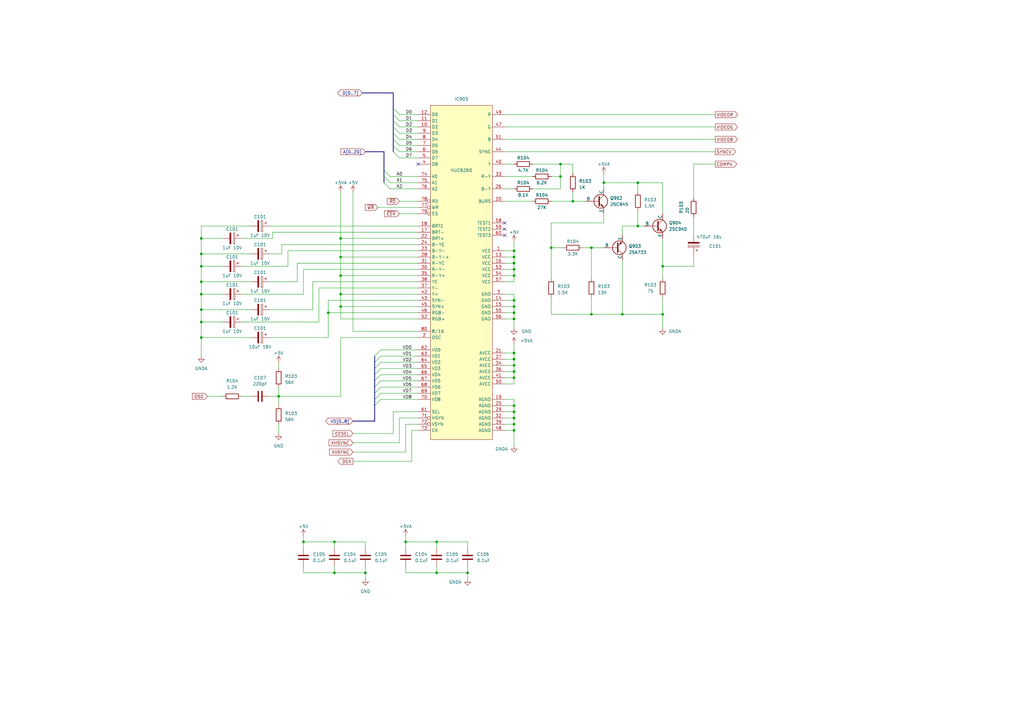
<source format=kicad_sch>
(kicad_sch (version 20230121) (generator eeschema)
  (paper "A3")
  (title_block (title "PC Engine Video Encoding") (date "2023-08-17") (rev "1.0") (comment 1 "Differences reverse engineered from original PWD-623A board") (comment 2 "Adapted from existing TurboGrafx-16 schematics by Cosam"))
  (lib_symbols
    (symbol "Device:C" (pin_numbers hide) (pin_names (offset 0.254))
      (property "Reference" "C" (at 0.635 2.54 0))
      (property "Value" "C" (at 0.635 -2.54 0))
      (symbol "C_0_1"
        (polyline (pts (xy -2.032 -0.762) (xy 2.032 -0.762)) (stroke (width 0.508)))
        (polyline (pts (xy -2.032 0.762) (xy 2.032 0.762)) (stroke (width 0.508)))
      )
      (symbol "C_1_1"
        (pin passive line (at 0 3.81 270) (length 2.794) (name "~") (number "1"))
        (pin passive line (at 0 -3.81 90) (length 2.794) (name "~") (number "2"))
      )
    )
    (symbol "Device:C_Polarized" (pin_numbers hide) (pin_names (offset 0.254))
      (property "Reference" "C" (at 0.635 2.54 0))
      (property "Value" "C_Polarized" (at 0.635 -2.54 0))
      (symbol "C_Polarized_0_1"
        (rectangle (start -2.286 0.508) (end 2.286 1.016))
        (polyline (pts (xy -1.778 2.286) (xy -0.762 2.286)))
        (polyline (pts (xy -1.27 2.794) (xy -1.27 1.778)))
        (rectangle (start 2.286 -0.508) (end -2.286 -1.016) (fill (type outline)))
      )
      (symbol "C_Polarized_1_1"
        (pin passive line (at 0 3.81 270) (length 2.794) (name "~") (number "1"))
        (pin passive line (at 0 -3.81 90) (length 2.794) (name "~") (number "2"))
      )
    )
    (symbol "Device:R" (pin_numbers hide) (pin_names (offset 0))
      (property "Reference" "R" (at 2.032 0 90))
      (property "Value" "R" (at 0 0 90))
      (symbol "R_0_1"
        (rectangle (start -1.016 -2.54) (end 1.016 2.54) (stroke (width 0.254)))
      )
      (symbol "R_1_1"
        (pin passive line (at 0 3.81 270) (length 1.27) (name "~") (number "1"))
        (pin passive line (at 0 -3.81 90) (length 1.27) (name "~") (number "2"))
      )
    )
    (symbol "PC-Engine:Hu6260"
      (property "Reference" "IC" (at 0 62.23 0))
      (symbol "Hu6260_1_1"
        (rectangle (start -12.7 59.69) (end 12.7 -77.47) (fill (type background)))
        (pin power_in line (at 17.78 0 180) (length 5.08) (name "VCC") (number "1"))
        (pin bidirectional line (at -17.78 50.8 0) (length 5.08) (name "D2") (number "10"))
        (pin bidirectional line (at -17.78 53.34 0) (length 5.08) (name "D1") (number "11"))
        (pin bidirectional line (at -17.78 55.88 0) (length 5.08) (name "D0") (number "12"))
        (pin power_in line (at 17.78 -2.54 180) (length 5.08) (name "VCC") (number "13"))
        (pin power_in line (at 17.78 -20.32 180) (length 5.08) (name "GND") (number "14"))
        (pin power_in line (at 17.78 -22.86 180) (length 5.08) (name "GND") (number "15"))
        (pin power_in line (at 17.78 -5.08 180) (length 5.08) (name "VCC") (number "16"))
        (pin input line (at -17.78 7.62 0) (length 5.08) (name "BRT-") (number "17"))
        (pin input line (at -17.78 10.16 0) (length 5.08) (name "BRTC") (number "18"))
        (pin power_in line (at 17.78 -60.96 180) (length 5.08) (name "AGND") (number "19"))
        (pin input line (at -17.78 -35.56 0) (length 5.08) (name "OSC") (number "2"))
        (pin output line (at 17.78 20.32 180) (length 5.08) (name "BURS") (number "20"))
        (pin power_in line (at 17.78 -41.91 180) (length 5.08) (name "AVCC") (number "21"))
        (pin input line (at -17.78 5.08 0) (length 5.08) (name "BRT+") (number "22"))
        (pin input line (at -17.78 0 0) (length 5.08) (name "B-Y-") (number "23"))
        (pin input line (at -17.78 2.54 0) (length 5.08) (name "B-YC") (number "24"))
        (pin power_in line (at 17.78 -63.5 180) (length 5.08) (name "AGND") (number "25"))
        (pin output line (at 17.78 25.4 180) (length 5.08) (name "B-Y") (number "26"))
        (pin power_in line (at 17.78 -44.45 180) (length 5.08) (name "AVCC") (number "27"))
        (pin input line (at -17.78 -2.54 0) (length 5.08) (name "B-Y-+") (number "28"))
        (pin power_in line (at 17.78 -66.04 180) (length 5.08) (name "AGND") (number "29"))
        (pin power_in line (at 17.78 -17.78 180) (length 5.08) (name "GND") (number "3"))
        (pin input line (at -17.78 -7.62 0) (length 5.08) (name "R-Y-") (number "30"))
        (pin input line (at -17.78 -5.08 0) (length 5.08) (name "R-YC") (number "31"))
        (pin power_in line (at 17.78 -68.58 180) (length 5.08) (name "AGND") (number "32"))
        (pin output line (at 17.78 30.48 180) (length 5.08) (name "R-Y") (number "33"))
        (pin power_in line (at 17.78 -46.99 180) (length 5.08) (name "AVCC") (number "34"))
        (pin input line (at -17.78 -10.16 0) (length 5.08) (name "R-Y+") (number "35"))
        (pin power_in line (at 17.78 -49.53 180) (length 5.08) (name "AVCC") (number "36"))
        (pin input line (at -17.78 -15.24 0) (length 5.08) (name "Y-") (number "37"))
        (pin input line (at -17.78 -12.7 0) (length 5.08) (name "YC") (number "38"))
        (pin power_in line (at 17.78 -71.12 180) (length 5.08) (name "AGND") (number "39"))
        (pin bidirectional line (at -17.78 35.56 0) (length 5.08) (name "D8") (number "4"))
        (pin output line (at 17.78 35.56 180) (length 5.08) (name "Y") (number "40"))
        (pin power_in line (at 17.78 -52.07 180) (length 5.08) (name "AVCC") (number "41"))
        (pin input line (at -17.78 -17.78 0) (length 5.08) (name "Y+") (number "42"))
        (pin input line (at -17.78 -20.32 0) (length 5.08) (name "SYN-") (number "43"))
        (pin output line (at 17.78 40.64 180) (length 5.08) (name "SYNC") (number "44"))
        (pin input line (at -17.78 -22.86 0) (length 5.08) (name "SYN+") (number "45"))
        (pin input line (at -17.78 -25.4 0) (length 5.08) (name "RGB-") (number "46"))
        (pin output line (at 17.78 50.8 180) (length 5.08) (name "G") (number "47"))
        (pin power_in line (at 17.78 -73.66 180) (length 5.08) (name "AGND") (number "48"))
        (pin output line (at 17.78 55.88 180) (length 5.08) (name "R") (number "49"))
        (pin bidirectional line (at -17.78 38.1 0) (length 5.08) (name "D7") (number "5"))
        (pin power_in line (at 17.78 -54.61 180) (length 5.08) (name "AVCC") (number "50"))
        (pin output line (at 17.78 45.72 180) (length 5.08) (name "B") (number "51"))
        (pin input line (at -17.78 -27.94 0) (length 5.08) (name "RGB+") (number "52"))
        (pin power_in line (at 17.78 -7.62 180) (length 5.08) (name "VCC") (number "53"))
        (pin power_in line (at 17.78 -10.16 180) (length 5.08) (name "VCC") (number "54"))
        (pin power_in line (at 17.78 -25.4 180) (length 5.08) (name "GND") (number "55"))
        (pin power_in line (at 17.78 -27.94 180) (length 5.08) (name "GND") (number "56"))
        (pin power_in line (at 17.78 -12.7 180) (length 5.08) (name "VCC") (number "57"))
        (pin output line (at 17.78 11.43 180) (length 5.08) (name "TEST1") (number "58"))
        (pin output line (at 17.78 8.89 180) (length 5.08) (name "TEST2") (number "59"))
        (pin bidirectional line (at -17.78 40.64 0) (length 5.08) (name "D6") (number "6"))
        (pin output line (at 17.78 6.35 180) (length 5.08) (name "TEST3") (number "60"))
        (pin input line (at -17.78 -66.04 0) (length 5.08) (name "SEL") (number "61"))
        (pin bidirectional line (at -17.78 -40.64 0) (length 5.08) (name "VD0") (number "62"))
        (pin bidirectional line (at -17.78 -43.18 0) (length 5.08) (name "VD1") (number "63"))
        (pin bidirectional line (at -17.78 -45.72 0) (length 5.08) (name "VD2") (number "64"))
        (pin bidirectional line (at -17.78 -48.26 0) (length 5.08) (name "VD3") (number "65"))
        (pin bidirectional line (at -17.78 -50.8 0) (length 5.08) (name "VD4") (number "66"))
        (pin bidirectional line (at -17.78 -53.34 0) (length 5.08) (name "VD5") (number "67"))
        (pin bidirectional line (at -17.78 -55.88 0) (length 5.08) (name "VD6") (number "68"))
        (pin bidirectional line (at -17.78 -58.42 0) (length 5.08) (name "VD7") (number "69"))
        (pin bidirectional line (at -17.78 43.18 0) (length 5.08) (name "D5") (number "7"))
        (pin bidirectional line (at -17.78 -60.96 0) (length 5.08) (name "VD8") (number "70"))
        (pin input inverted (at -17.78 -68.58 0) (length 5.08) (name "HSYN") (number "71"))
        (pin input inverted (at -17.78 -71.12 0) (length 5.08) (name "VSYN") (number "72"))
        (pin input line (at -17.78 -73.66 0) (length 5.08) (name "CK") (number "73"))
        (pin input line (at -17.78 30.48 0) (length 5.08) (name "A0") (number "74"))
        (pin input line (at -17.78 27.94 0) (length 5.08) (name "A1") (number "75"))
        (pin input line (at -17.78 25.4 0) (length 5.08) (name "A2") (number "76"))
        (pin input inverted (at -17.78 17.78 0) (length 5.08) (name "WR") (number "77"))
        (pin input inverted (at -17.78 20.32 0) (length 5.08) (name "RD") (number "78"))
        (pin input inverted (at -17.78 15.24 0) (length 5.08) (name "CS") (number "79"))
        (pin bidirectional line (at -17.78 45.72 0) (length 5.08) (name "D4") (number "8"))
        (pin input line (at -17.78 -33.02 0) (length 5.08) (name "8/16") (number "80"))
        (pin bidirectional line (at -17.78 48.26 0) (length 5.08) (name "D3") (number "9"))
      )
    )
    (symbol "Simulation_SPICE:NPN" (pin_numbers hide) (pin_names (offset 0))
      (property "Reference" "Q" (at -2.54 7.62 0))
      (property "Value" "NPN" (at -2.54 5.08 0))
      (symbol "NPN_0_1"
        (polyline (pts (xy -2.54 0) (xy 0.635 0)) (stroke (width 0.1524)))
        (polyline (pts (xy 0.635 0.635) (xy 2.54 2.54)))
        (polyline (pts (xy 2.794 -1.27) (xy 2.794 -1.27)) (stroke (width 0.1524)))
        (polyline (pts (xy 2.794 -1.27) (xy 2.794 -1.27)) (stroke (width 0.1524)))
        (polyline (pts (xy 0.635 -0.635) (xy 2.54 -2.54) (xy 2.54 -2.54)))
        (polyline (pts (xy 0.635 1.905) (xy 0.635 -1.905) (xy 0.635 -1.905)) (stroke (width 0.508)))
        (polyline (pts (xy 1.27 -1.778) (xy 1.778 -1.27) (xy 2.286 -2.286) (xy 1.27 -1.778) (xy 1.27 -1.778)) (fill (type outline)))
        (circle (center 1.27 0) (radius 2.8194) (stroke (width 0.254)))
      )
      (symbol "NPN_1_1"
        (pin open_collector line (at 2.54 5.08 270) (length 2.54) (name "C") (number "1"))
        (pin input line (at -5.08 0 0) (length 2.54) (name "B") (number "2"))
        (pin open_emitter line (at 2.54 -5.08 90) (length 2.54) (name "E") (number "3"))
      )
    )
    (symbol "Simulation_SPICE:PNP" (pin_numbers hide) (pin_names (offset 0))
      (property "Reference" "Q" (at -2.54 7.62 0))
      (property "Value" "PNP" (at -2.54 5.08 0))
      (symbol "PNP_0_1"
        (polyline (pts (xy -2.54 0) (xy 0.635 0)) (stroke (width 0.1524)))
        (polyline (pts (xy 0.635 0.635) (xy 2.54 2.54)))
        (polyline (pts (xy 0.635 -0.635) (xy 2.54 -2.54) (xy 2.54 -2.54)))
        (polyline (pts (xy 0.635 1.905) (xy 0.635 -1.905) (xy 0.635 -1.905)) (stroke (width 0.508)))
        (polyline (pts (xy 2.286 -1.778) (xy 1.778 -2.286) (xy 1.27 -1.27) (xy 2.286 -1.778) (xy 2.286 -1.778)) (fill (type outline)))
        (circle (center 1.27 0) (radius 2.8194) (stroke (width 0.254)))
      )
      (symbol "PNP_1_1"
        (pin open_collector line (at 2.54 5.08 270) (length 2.54) (name "C") (number "1"))
        (pin input line (at -5.08 0 0) (length 2.54) (name "B") (number "2"))
        (pin open_emitter line (at 2.54 -5.08 90) (length 2.54) (name "E") (number "3"))
      )
    )
    (symbol "power:+5V" (power) (pin_names (offset 0))
      (property "Value" "+5V" (at 0 3.556 0))
      (symbol "+5V_0_1"
        (polyline (pts (xy -0.762 1.27) (xy 0 2.54)))
        (polyline (pts (xy 0 0) (xy 0 2.54)))
        (polyline (pts (xy 0 2.54) (xy 0.762 1.27)))
      )
      (symbol "+5V_1_1"
        (pin power_in line (at 0 0 90) (length 0) hide (name "+5V") (number "1"))
      )
    )
    (symbol "power:+5VA" (power) (pin_names (offset 0))
      (property "Value" "+5VA" (at 0 3.556 0))
      (symbol "+5VA_0_1"
        (polyline (pts (xy -0.762 1.27) (xy 0 2.54)))
        (polyline (pts (xy 0 0) (xy 0 2.54)))
        (polyline (pts (xy 0 2.54) (xy 0.762 1.27)))
      )
      (symbol "+5VA_1_1"
        (pin power_in line (at 0 0 90) (length 0) hide (name "+5VA") (number "1"))
      )
    )
    (symbol "power:GND" (power) (pin_names (offset 0))
      (property "Value" "GND" (at 0 -3.81 0))
      (symbol "GND_0_1"
        (polyline (pts (xy 0 0) (xy 0 -1.27) (xy 1.27 -1.27) (xy 0 -2.54) (xy -1.27 -1.27) (xy 0 -1.27)))
      )
      (symbol "GND_1_1"
        (pin power_in line (at 0 0 270) (length 0) hide (name "GND") (number "1"))
      )
    )
    (symbol "power:GNDA" (power) (pin_names (offset 0))
      (property "Value" "GNDA" (at 0 -3.81 0))
      (symbol "GNDA_0_1"
        (polyline (pts (xy 0 0) (xy 0 -1.27) (xy 1.27 -1.27) (xy 0 -2.54) (xy -1.27 -1.27) (xy 0 -1.27)))
      )
      (symbol "GNDA_1_1"
        (pin power_in line (at 0 0 270) (length 0) hide (name "GNDA") (number "1"))
      )
    )
  )
  (junction (at 210.82 144.78))
  (junction (at 191.77 234.95))
  (junction (at 210.82 176.53))
  (junction (at 261.62 74.93))
  (junction (at 82.55 104.14))
  (junction (at 82.55 120.65))
  (junction (at 210.82 128.27))
  (junction (at 179.07 234.95))
  (junction (at 166.37 222.25))
  (junction (at 137.16 222.25))
  (junction (at 139.7 113.03))
  (junction (at 124.46 222.25))
  (junction (at 114.3 162.56))
  (junction (at 210.82 154.94))
  (junction (at 137.16 234.95))
  (junction (at 247.65 74.93))
  (junction (at 261.62 92.71))
  (junction (at 82.55 127))
  (junction (at 210.82 166.37))
  (junction (at 210.82 102.87))
  (junction (at 139.7 105.41))
  (junction (at 139.7 120.65))
  (junction (at 210.82 130.81))
  (junction (at 271.78 128.905))
  (junction (at 255.27 128.905))
  (junction (at 82.55 97.79))
  (junction (at 271.78 109.22))
  (junction (at 210.82 113.03))
  (junction (at 210.82 168.91))
  (junction (at 210.82 107.95))
  (junction (at 242.57 101.6))
  (junction (at 82.55 138.43))
  (junction (at 210.82 152.4))
  (junction (at 210.82 105.41))
  (junction (at 179.07 222.25))
  (junction (at 82.55 109.22))
  (junction (at 210.82 125.73))
  (junction (at 139.7 125.73))
  (junction (at 210.82 171.45))
  (junction (at 234.95 82.55))
  (junction (at 134.62 128.27))
  (junction (at 229.87 72.39))
  (junction (at 229.87 67.31))
  (junction (at 210.82 147.32))
  (junction (at 210.82 173.99))
  (junction (at 210.82 110.49))
  (junction (at 242.57 128.905))
  (junction (at 82.55 115.57))
  (junction (at 139.7 97.79))
  (junction (at 82.55 132.08))
  (junction (at 210.82 149.86))
  (junction (at 210.82 123.19))
  (junction (at 149.86 234.95))
  (junction (at 226.06 101.6))
  (no_connect (at 207.01 93.98))
  (no_connect (at 171.45 67.31))
  (no_connect (at 207.01 96.52))
  (no_connect (at 207.01 91.44))
  (bus_entry (at 156.21 163.83) (size -2.54 2.54))
  (bus_entry (at 163.83 64.77) (size -2.54 -2.54))
  (bus_entry (at 156.21 148.59) (size -2.54 2.54))
  (bus_entry (at 156.21 156.21) (size -2.54 2.54))
  (bus_entry (at 157.48 69.85) (size 2.54 2.54))
  (bus_entry (at 156.21 158.75) (size -2.54 2.54))
  (bus_entry (at 156.21 153.67) (size -2.54 2.54))
  (bus_entry (at 156.21 146.05) (size -2.54 2.54))
  (bus_entry (at 163.83 59.69) (size -2.54 -2.54))
  (bus_entry (at 163.83 62.23) (size -2.54 -2.54))
  (bus_entry (at 163.83 49.53) (size -2.54 -2.54))
  (bus_entry (at 163.83 54.61) (size -2.54 -2.54))
  (bus_entry (at 163.83 52.07) (size -2.54 -2.54))
  (bus_entry (at 157.48 72.39) (size 2.54 2.54))
  (bus_entry (at 163.83 46.99) (size -2.54 -2.54))
  (bus_entry (at 156.21 143.51) (size -2.54 2.54))
  (bus_entry (at 156.21 161.29) (size -2.54 2.54))
  (bus_entry (at 157.48 74.93) (size 2.54 2.54))
  (bus_entry (at 156.21 151.13) (size -2.54 2.54))
  (bus_entry (at 163.83 57.15) (size -2.54 -2.54))
  (wire (pts (xy 149.86 222.25) (xy 149.86 224.79)))
  (wire (pts (xy 137.16 222.25) (xy 137.16 224.79)))
  (wire (pts (xy 207.01 176.53) (xy 210.82 176.53)))
  (wire (pts (xy 124.46 110.49) (xy 124.46 120.65)))
  (bus (pts (xy 157.48 69.85) (xy 157.48 62.23)))
  (wire (pts (xy 166.37 219.71) (xy 166.37 222.25)))
  (wire (pts (xy 144.78 181.61) (xy 163.83 181.61)))
  (wire (pts (xy 156.21 153.67) (xy 171.45 153.67)))
  (wire (pts (xy 111.76 95.25) (xy 171.45 95.25)))
  (wire (pts (xy 226.06 101.6) (xy 226.06 114.3)))
  (wire (pts (xy 210.82 173.99) (xy 210.82 171.45)))
  (wire (pts (xy 207.01 105.41) (xy 210.82 105.41)))
  (wire (pts (xy 114.3 148.59) (xy 114.3 151.13)))
  (wire (pts (xy 168.91 176.53) (xy 171.45 176.53)))
  (wire (pts (xy 171.45 125.73) (xy 139.7 125.73)))
  (wire (pts (xy 247.65 87.63) (xy 247.65 91.44)))
  (wire (pts (xy 137.16 234.95) (xy 137.16 232.41)))
  (wire (pts (xy 149.86 234.95) (xy 137.16 234.95)))
  (wire (pts (xy 124.46 234.95) (xy 124.46 232.41)))
  (wire (pts (xy 207.01 171.45) (xy 210.82 171.45)))
  (wire (pts (xy 124.46 222.25) (xy 137.16 222.25)))
  (wire (pts (xy 207.01 154.94) (xy 210.82 154.94)))
  (wire (pts (xy 149.86 232.41) (xy 149.86 234.95)))
  (wire (pts (xy 226.06 82.55) (xy 234.95 82.55)))
  (wire (pts (xy 210.82 99.06) (xy 210.82 102.87)))
  (wire (pts (xy 166.37 222.25) (xy 179.07 222.25)))
  (wire (pts (xy 114.3 158.75) (xy 114.3 162.56)))
  (wire (pts (xy 171.45 130.81) (xy 139.7 130.81)))
  (wire (pts (xy 207.01 152.4) (xy 210.82 152.4)))
  (wire (pts (xy 139.7 138.43) (xy 139.7 162.56)))
  (wire (pts (xy 171.45 123.19) (xy 134.62 123.19)))
  (wire (pts (xy 255.27 106.68) (xy 255.27 128.905)))
  (wire (pts (xy 255.27 128.905) (xy 271.78 128.905)))
  (wire (pts (xy 271.78 121.92) (xy 271.78 128.905)))
  (wire (pts (xy 207.01 120.65) (xy 210.82 120.65)))
  (wire (pts (xy 261.62 74.93) (xy 247.65 74.93)))
  (wire (pts (xy 207.01 62.23) (xy 293.37 62.23)))
  (bus (pts (xy 161.29 62.23) (xy 161.29 59.69)))
  (wire (pts (xy 229.87 72.39) (xy 229.87 67.31)))
  (wire (pts (xy 118.11 109.22) (xy 118.11 102.87)))
  (wire (pts (xy 255.27 128.905) (xy 242.57 128.905)))
  (wire (pts (xy 179.07 234.95) (xy 179.07 232.41)))
  (wire (pts (xy 179.07 234.95) (xy 166.37 234.95)))
  (wire (pts (xy 171.45 100.33) (xy 115.57 100.33)))
  (wire (pts (xy 271.78 128.905) (xy 271.78 134.62)))
  (wire (pts (xy 124.46 222.25) (xy 124.46 224.79)))
  (wire (pts (xy 207.01 77.47) (xy 210.82 77.47)))
  (wire (pts (xy 171.45 46.99) (xy 163.83 46.99)))
  (wire (pts (xy 242.57 101.6) (xy 247.65 101.6)))
  (wire (pts (xy 128.27 115.57) (xy 171.45 115.57)))
  (bus (pts (xy 161.29 57.15) (xy 161.29 54.61)))
  (wire (pts (xy 271.78 97.79) (xy 271.78 109.22)))
  (wire (pts (xy 102.87 104.14) (xy 82.55 104.14)))
  (wire (pts (xy 115.57 104.14) (xy 110.49 104.14)))
  (wire (pts (xy 91.44 132.08) (xy 82.55 132.08)))
  (wire (pts (xy 171.45 62.23) (xy 163.83 62.23)))
  (wire (pts (xy 255.27 96.52) (xy 255.27 92.71)))
  (wire (pts (xy 163.83 82.55) (xy 171.45 82.55)))
  (wire (pts (xy 82.55 109.22) (xy 82.55 115.57)))
  (wire (pts (xy 210.82 123.19) (xy 210.82 125.73)))
  (wire (pts (xy 207.01 67.31) (xy 210.82 67.31)))
  (bus (pts (xy 153.67 146.05) (xy 153.67 148.59)))
  (wire (pts (xy 179.07 222.25) (xy 191.77 222.25)))
  (wire (pts (xy 171.45 52.07) (xy 163.83 52.07)))
  (bus (pts (xy 153.67 161.29) (xy 153.67 163.83)))
  (wire (pts (xy 210.82 113.03) (xy 210.82 115.57)))
  (wire (pts (xy 210.82 107.95) (xy 210.82 110.49)))
  (wire (pts (xy 156.21 143.51) (xy 171.45 143.51)))
  (wire (pts (xy 160.02 72.39) (xy 171.45 72.39)))
  (wire (pts (xy 207.01 52.07) (xy 293.37 52.07)))
  (wire (pts (xy 110.49 92.71) (xy 171.45 92.71)))
  (wire (pts (xy 210.82 149.86) (xy 210.82 147.32)))
  (wire (pts (xy 207.01 46.99) (xy 293.37 46.99)))
  (wire (pts (xy 247.65 91.44) (xy 226.06 91.44)))
  (bus (pts (xy 153.67 153.67) (xy 153.67 156.21)))
  (wire (pts (xy 284.48 96.52) (xy 284.48 88.9)))
  (wire (pts (xy 210.82 147.32) (xy 210.82 144.78)))
  (wire (pts (xy 114.3 162.56) (xy 139.7 162.56)))
  (wire (pts (xy 207.01 149.86) (xy 210.82 149.86)))
  (wire (pts (xy 82.55 92.71) (xy 82.55 97.79)))
  (wire (pts (xy 144.78 78.74) (xy 144.78 135.89)))
  (wire (pts (xy 82.55 104.14) (xy 82.55 109.22)))
  (wire (pts (xy 247.65 71.12) (xy 247.65 74.93)))
  (wire (pts (xy 139.7 97.79) (xy 171.45 97.79)))
  (wire (pts (xy 171.45 110.49) (xy 124.46 110.49)))
  (wire (pts (xy 91.44 109.22) (xy 82.55 109.22)))
  (wire (pts (xy 121.92 115.57) (xy 121.92 107.95)))
  (wire (pts (xy 144.78 185.42) (xy 166.37 185.42)))
  (wire (pts (xy 111.76 97.79) (xy 111.76 95.25)))
  (wire (pts (xy 124.46 120.65) (xy 99.06 120.65)))
  (wire (pts (xy 171.45 54.61) (xy 163.83 54.61)))
  (wire (pts (xy 168.91 189.23) (xy 168.91 176.53)))
  (wire (pts (xy 261.62 92.71) (xy 264.16 92.71)))
  (wire (pts (xy 139.7 97.79) (xy 139.7 105.41)))
  (wire (pts (xy 229.87 77.47) (xy 229.87 72.39)))
  (wire (pts (xy 102.87 92.71) (xy 82.55 92.71)))
  (bus (pts (xy 153.67 158.75) (xy 153.67 161.29)))
  (wire (pts (xy 207.01 82.55) (xy 218.44 82.55)))
  (wire (pts (xy 134.62 128.27) (xy 171.45 128.27)))
  (wire (pts (xy 171.45 49.53) (xy 163.83 49.53)))
  (wire (pts (xy 102.87 127) (xy 82.55 127)))
  (wire (pts (xy 226.06 128.905) (xy 226.06 121.92)))
  (wire (pts (xy 284.48 67.31) (xy 284.48 81.28)))
  (wire (pts (xy 144.78 135.89) (xy 171.45 135.89)))
  (wire (pts (xy 226.06 91.44) (xy 226.06 101.6)))
  (wire (pts (xy 261.62 78.74) (xy 261.62 74.93)))
  (bus (pts (xy 148.59 38.1) (xy 161.29 38.1)))
  (wire (pts (xy 121.92 107.95) (xy 171.45 107.95)))
  (wire (pts (xy 85.09 162.56) (xy 91.44 162.56)))
  (wire (pts (xy 91.44 97.79) (xy 82.55 97.79)))
  (wire (pts (xy 271.78 74.93) (xy 271.78 87.63)))
  (wire (pts (xy 166.37 234.95) (xy 166.37 232.41)))
  (wire (pts (xy 191.77 234.95) (xy 191.77 237.49)))
  (wire (pts (xy 271.78 109.22) (xy 271.78 114.3)))
  (wire (pts (xy 171.45 59.69) (xy 163.83 59.69)))
  (wire (pts (xy 110.49 162.56) (xy 114.3 162.56)))
  (wire (pts (xy 134.62 123.19) (xy 134.62 128.27)))
  (bus (pts (xy 157.48 62.23) (xy 149.86 62.23)))
  (wire (pts (xy 207.01 102.87) (xy 210.82 102.87)))
  (wire (pts (xy 207.01 166.37) (xy 210.82 166.37)))
  (wire (pts (xy 144.78 177.8) (xy 161.29 177.8)))
  (wire (pts (xy 210.82 120.65) (xy 210.82 123.19)))
  (wire (pts (xy 139.7 113.03) (xy 139.7 105.41)))
  (bus (pts (xy 153.67 151.13) (xy 153.67 153.67)))
  (wire (pts (xy 99.06 162.56) (xy 102.87 162.56)))
  (wire (pts (xy 154.94 85.09) (xy 171.45 85.09)))
  (bus (pts (xy 153.67 163.83) (xy 153.67 166.37)))
  (bus (pts (xy 161.29 59.69) (xy 161.29 57.15)))
  (wire (pts (xy 218.44 67.31) (xy 229.87 67.31)))
  (wire (pts (xy 238.76 101.6) (xy 242.57 101.6)))
  (wire (pts (xy 207.01 110.49) (xy 210.82 110.49)))
  (wire (pts (xy 210.82 105.41) (xy 210.82 107.95)))
  (wire (pts (xy 82.55 97.79) (xy 82.55 104.14)))
  (wire (pts (xy 124.46 219.71) (xy 124.46 222.25)))
  (wire (pts (xy 207.01 123.19) (xy 210.82 123.19)))
  (wire (pts (xy 139.7 120.65) (xy 139.7 113.03)))
  (wire (pts (xy 139.7 130.81) (xy 139.7 125.73)))
  (wire (pts (xy 210.82 157.48) (xy 210.82 154.94)))
  (wire (pts (xy 156.21 163.83) (xy 171.45 163.83)))
  (wire (pts (xy 210.82 168.91) (xy 210.82 166.37)))
  (bus (pts (xy 157.48 69.85) (xy 157.48 72.39)))
  (wire (pts (xy 255.27 92.71) (xy 261.62 92.71)))
  (wire (pts (xy 210.82 154.94) (xy 210.82 152.4)))
  (wire (pts (xy 210.82 110.49) (xy 210.82 113.03)))
  (bus (pts (xy 144.78 172.72) (xy 153.67 172.72)))
  (wire (pts (xy 82.55 132.08) (xy 82.55 138.43)))
  (wire (pts (xy 149.86 234.95) (xy 149.86 237.49)))
  (wire (pts (xy 161.29 177.8) (xy 161.29 168.91)))
  (wire (pts (xy 114.3 173.99) (xy 114.3 177.8)))
  (wire (pts (xy 210.82 182.88) (xy 210.82 176.53)))
  (wire (pts (xy 247.65 77.47) (xy 247.65 74.93)))
  (wire (pts (xy 82.55 120.65) (xy 82.55 127)))
  (bus (pts (xy 161.29 49.53) (xy 161.29 46.99)))
  (wire (pts (xy 118.11 102.87) (xy 171.45 102.87)))
  (wire (pts (xy 284.48 109.22) (xy 284.48 104.14)))
  (wire (pts (xy 210.82 115.57) (xy 207.01 115.57)))
  (wire (pts (xy 210.82 102.87) (xy 210.82 105.41)))
  (wire (pts (xy 163.83 87.63) (xy 171.45 87.63)))
  (wire (pts (xy 82.55 127) (xy 82.55 132.08)))
  (wire (pts (xy 210.82 130.81) (xy 210.82 134.62)))
  (wire (pts (xy 234.95 67.31) (xy 234.95 71.12)))
  (wire (pts (xy 210.82 152.4) (xy 210.82 149.86)))
  (wire (pts (xy 207.01 157.48) (xy 210.82 157.48)))
  (wire (pts (xy 110.49 127) (xy 128.27 127)))
  (wire (pts (xy 207.01 144.78) (xy 210.82 144.78)))
  (wire (pts (xy 207.01 128.27) (xy 210.82 128.27)))
  (wire (pts (xy 191.77 232.41) (xy 191.77 234.95)))
  (wire (pts (xy 171.45 57.15) (xy 163.83 57.15)))
  (wire (pts (xy 99.06 109.22) (xy 118.11 109.22)))
  (wire (pts (xy 210.82 128.27) (xy 210.82 130.81)))
  (wire (pts (xy 207.01 57.15) (xy 293.37 57.15)))
  (wire (pts (xy 207.01 113.03) (xy 210.82 113.03)))
  (wire (pts (xy 207.01 125.73) (xy 210.82 125.73)))
  (wire (pts (xy 110.49 138.43) (xy 134.62 138.43)))
  (wire (pts (xy 137.16 222.25) (xy 149.86 222.25)))
  (bus (pts (xy 161.29 44.45) (xy 161.29 38.1)))
  (wire (pts (xy 234.95 82.55) (xy 240.03 82.55)))
  (bus (pts (xy 161.29 54.61) (xy 161.29 52.07)))
  (wire (pts (xy 207.01 72.39) (xy 218.44 72.39)))
  (wire (pts (xy 171.45 118.11) (xy 130.81 118.11)))
  (wire (pts (xy 163.83 181.61) (xy 163.83 171.45)))
  (wire (pts (xy 229.87 67.31) (xy 234.95 67.31)))
  (wire (pts (xy 128.27 127) (xy 128.27 115.57)))
  (wire (pts (xy 160.02 77.47) (xy 171.45 77.47)))
  (wire (pts (xy 179.07 222.25) (xy 179.07 224.79)))
  (wire (pts (xy 210.82 125.73) (xy 210.82 128.27)))
  (wire (pts (xy 171.45 64.77) (xy 163.83 64.77)))
  (wire (pts (xy 82.55 138.43) (xy 82.55 146.05)))
  (wire (pts (xy 207.01 147.32) (xy 210.82 147.32)))
  (wire (pts (xy 210.82 171.45) (xy 210.82 168.91)))
  (bus (pts (xy 153.67 156.21) (xy 153.67 158.75)))
  (wire (pts (xy 207.01 168.91) (xy 210.82 168.91)))
  (wire (pts (xy 156.21 148.59) (xy 171.45 148.59)))
  (wire (pts (xy 166.37 222.25) (xy 166.37 224.79)))
  (wire (pts (xy 82.55 115.57) (xy 82.55 120.65)))
  (wire (pts (xy 144.78 189.23) (xy 168.91 189.23)))
  (wire (pts (xy 156.21 158.75) (xy 171.45 158.75)))
  (wire (pts (xy 210.82 144.78) (xy 210.82 140.97)))
  (wire (pts (xy 156.21 161.29) (xy 171.45 161.29)))
  (wire (pts (xy 163.83 171.45) (xy 171.45 171.45)))
  (wire (pts (xy 210.82 166.37) (xy 210.82 163.83)))
  (wire (pts (xy 139.7 105.41) (xy 171.45 105.41)))
  (bus (pts (xy 157.48 72.39) (xy 157.48 74.93)))
  (wire (pts (xy 234.95 82.55) (xy 234.95 78.74)))
  (wire (pts (xy 210.82 176.53) (xy 210.82 173.99)))
  (wire (pts (xy 171.45 120.65) (xy 139.7 120.65)))
  (wire (pts (xy 226.06 72.39) (xy 229.87 72.39)))
  (wire (pts (xy 191.77 222.25) (xy 191.77 224.79)))
  (wire (pts (xy 134.62 128.27) (xy 134.62 138.43)))
  (wire (pts (xy 242.57 128.905) (xy 226.06 128.905)))
  (wire (pts (xy 226.06 101.6) (xy 231.14 101.6)))
  (wire (pts (xy 102.87 138.43) (xy 82.55 138.43)))
  (wire (pts (xy 218.44 77.47) (xy 229.87 77.47)))
  (wire (pts (xy 110.49 115.57) (xy 121.92 115.57)))
  (wire (pts (xy 114.3 162.56) (xy 114.3 166.37)))
  (wire (pts (xy 207.01 107.95) (xy 210.82 107.95)))
  (wire (pts (xy 102.87 115.57) (xy 82.55 115.57)))
  (wire (pts (xy 156.21 151.13) (xy 171.45 151.13)))
  (wire (pts (xy 99.06 97.79) (xy 111.76 97.79)))
  (wire (pts (xy 156.21 156.21) (xy 171.45 156.21)))
  (wire (pts (xy 242.57 121.92) (xy 242.57 128.905)))
  (wire (pts (xy 139.7 125.73) (xy 139.7 120.65)))
  (wire (pts (xy 130.81 132.08) (xy 99.06 132.08)))
  (wire (pts (xy 207.01 173.99) (xy 210.82 173.99)))
  (wire (pts (xy 166.37 173.99) (xy 171.45 173.99)))
  (wire (pts (xy 171.45 138.43) (xy 139.7 138.43)))
  (wire (pts (xy 210.82 163.83) (xy 207.01 163.83)))
  (wire (pts (xy 271.78 109.22) (xy 284.48 109.22)))
  (wire (pts (xy 242.57 101.6) (xy 242.57 114.3)))
  (wire (pts (xy 91.44 120.65) (xy 82.55 120.65)))
  (bus (pts (xy 161.29 52.07) (xy 161.29 49.53)))
  (wire (pts (xy 207.01 130.81) (xy 210.82 130.81)))
  (wire (pts (xy 160.02 74.93) (xy 171.45 74.93)))
  (wire (pts (xy 166.37 185.42) (xy 166.37 173.99)))
  (wire (pts (xy 191.77 234.95) (xy 179.07 234.95)))
  (wire (pts (xy 115.57 100.33) (xy 115.57 104.14)))
  (wire (pts (xy 137.16 234.95) (xy 124.46 234.95)))
  (wire (pts (xy 130.81 118.11) (xy 130.81 132.08)))
  (bus (pts (xy 153.67 166.37) (xy 153.67 172.72)))
  (wire (pts (xy 139.7 78.74) (xy 139.7 97.79)))
  (wire (pts (xy 261.62 74.93) (xy 271.78 74.93)))
  (wire (pts (xy 293.37 67.31) (xy 284.48 67.31)))
  (wire (pts (xy 261.62 86.36) (xy 261.62 92.71)))
  (wire (pts (xy 171.45 113.03) (xy 139.7 113.03)))
  (wire (pts (xy 161.29 168.91) (xy 171.45 168.91)))
  (wire (pts (xy 156.21 146.05) (xy 171.45 146.05)))
  (bus (pts (xy 153.67 148.59) (xy 153.67 151.13)))
  (bus (pts (xy 161.29 46.99) (xy 161.29 44.45)))
  (label "VD3" (at 168.91 151.13 180))
  (label "VD0" (at 168.91 143.51 180))
  (label "D4" (at 166.37 57.15 0))
  (label "D2" (at 166.37 52.07 0))
  (label "D5" (at 166.37 59.69 0))
  (label "VD2" (at 168.91 148.59 180))
  (label "A2" (at 165.1 77.47 180))
  (label "A1" (at 165.1 74.93 180))
  (label "D0" (at 166.37 46.99 0))
  (label "VD1" (at 168.91 146.05 180))
  (label "D7" (at 166.37 64.77 0))
  (label "VD6" (at 168.91 158.75 180))
  (label "D6" (at 166.37 62.23 0))
  (label "D1" (at 166.37 49.53 0))
  (label "D3" (at 166.37 54.61 0))
  (label "VD8" (at 168.91 163.83 180))
  (label "A0" (at 165.1 72.39 180))
  (label "VD7" (at 168.91 161.29 180))
  (label "VD5" (at 168.91 156.21 180))
  (label "VD4" (at 168.91 153.67 180))
  (global_label "D[0..7]" (shape bidirectional) (at 148.59 38.1 180) (property "Intersheetrefs" "${INTERSHEET_REFS}" (effects hide)))
  (global_label "~{WR}" (shape input) (at 154.94 85.09 180) (property "Intersheetrefs" "${INTERSHEET_REFS}" (effects hide)))
  (global_label "XHSYNC" (shape input) (at 144.78 181.61 180) (property "Intersheetrefs" "${INTERSHEET_REFS}" (effects hide)))
  (global_label "A[0..20]" (shape input) (at 149.86 62.23 180) (property "Intersheetrefs" "${INTERSHEET_REFS}" (effects hide)))
  (global_label "VIDEOG" (shape output) (at 293.37 52.07 0) (property "Intersheetrefs" "${INTERSHEET_REFS}" (effects hide)))
  (global_label "SYNCV" (shape output) (at 293.37 62.23 0) (property "Intersheetrefs" "${INTERSHEET_REFS}" (effects hide)))
  (global_label "VIDEOR" (shape output) (at 293.37 46.99 0) (property "Intersheetrefs" "${INTERSHEET_REFS}" (effects hide)))
  (global_label "VIDEOB" (shape output) (at 293.37 57.15 0) (property "Intersheetrefs" "${INTERSHEET_REFS}" (effects hide)))
  (global_label "~{CEK}" (shape input) (at 163.83 87.63 180) (property "Intersheetrefs" "${INTERSHEET_REFS}" (effects hide)))
  (global_label "DCK" (shape output) (at 144.78 189.23 180) (property "Intersheetrefs" "${INTERSHEET_REFS}" (effects hide)))
  (global_label "VD[0..8]" (shape bidirectional) (at 144.78 172.72 180) (property "Intersheetrefs" "${INTERSHEET_REFS}" (effects hide)))
  (global_label "OSC" (shape input) (at 85.09 162.56 180) (property "Intersheetrefs" "${INTERSHEET_REFS}" (effects hide)))
  (global_label "~{RD}" (shape input) (at 163.83 82.55 180) (property "Intersheetrefs" "${INTERSHEET_REFS}" (effects hide)))
  (global_label "CESEL" (shape input) (at 144.78 177.8 180) (property "Intersheetrefs" "${INTERSHEET_REFS}" (effects hide)))
  (global_label "COMPV" (shape output) (at 293.37 67.31 0) (property "Intersheetrefs" "${INTERSHEET_REFS}" (effects hide)))
  (global_label "XVSYNC" (shape input) (at 144.78 185.42 180) (property "Intersheetrefs" "${INTERSHEET_REFS}" (effects hide)))
  (symbol (lib_id "Device:R") (at 114.3 154.94 0) (unit 1)
    (property "Reference" "R103" (at 116.84 154.305 0) (effects (justify left)))
    (property "Value" "56K" (at 116.84 156.845 0) (effects (justify left)))
    (property "Footprint" "A-PCENGINE:SMD_0805_Narrow" (effects hide))
    (instances (project "PCE" (path "" (reference "R103") (unit 1)) (path "" (reference "R917") (unit 1))))
  )
  (symbol (lib_id "power:+5VA") (at 247.65 71.12 0) (unit 1)
    (property "Reference" "#PWR029" (effects hide))
    (property "Value" "+5VA" (at 247.65 67.31 0))
  )
  (symbol (lib_id "Device:C") (at 179.07 228.6 0) (unit 1)
    (property "Reference" "C105" (at 182.88 227.33 0) (effects (justify left)))
    (property "Value" "0.1uF" (at 182.88 229.87 0) (effects (justify left)))
    (property "Footprint" "A-PCENGINE:SMD_0805_Narrow" (effects hide))
    (instances (project "PCE" (path "" (reference "C105") (unit 1)) (path "" (reference "C124") (unit 1)) (path "" (reference "C909") (unit 1))))
  )
  (symbol (lib_id "Device:R") (at 214.63 67.31 270) (unit 1)
    (property "Reference" "R104" (at 214.63 64.77 90))
    (property "Value" "4.7K" (at 214.63 69.85 90))
    (property "Footprint" "A-PCENGINE:SMD_0805_Narrow_Long" (effects hide))
    (instances (project "PCE" (path "" (reference "R104") (unit 1)) (path "" (reference "R919") (unit 1))))
  )
  (symbol (lib_id "power:+5V") (at 144.78 78.74 0) (unit 1)
    (property "Reference" "#PWR026" (effects hide))
    (property "Value" "+5V" (at 144.78 74.93 0))
  )
  (symbol (lib_id "Device:C_Polarized") (at 106.68 92.71 270) (unit 1)
    (property "Reference" "C101" (at 106.68 88.9 90))
    (property "Value" "1uF 10V" (at 106.68 96.52 90))
    (property "Footprint" "A-PCENGINE:SMD_0805_Narrow_Long" (effects hide))
    (instances (project "PCE" (path "" (reference "C101") (unit 1)) (path "" (reference "C953") (unit 1))))
  )
  (symbol (lib_id "Device:R") (at 234.95 101.6 270) (unit 1)
    (property "Reference" "R104" (at 234.95 99.06 90))
    (property "Value" "3.3K" (at 234.95 104.14 90))
    (property "Footprint" "A-PCENGINE:SMD_0805_Narrow_Long" (effects hide))
    (instances (project "PCE" (path "" (reference "R104") (unit 1)) (path "" (reference "R926") (unit 1))))
  )
  (symbol (lib_id "power:GND") (at 114.3 177.8 0) (unit 1)
    (property "Reference" "#PWR07" (effects hide))
    (property "Value" "GND" (at 114.3 182.88 0))
    (instances (project "PCE" (path "" (reference "#PWR07") (unit 1)) (path "" (reference "#PWR017") (unit 1)) (path "" (reference "#PWR073") (unit 1))))
  )
  (symbol (lib_id "Device:C") (at 191.77 228.6 0) (unit 1)
    (property "Reference" "C106" (at 195.58 227.33 0) (effects (justify left)))
    (property "Value" "0.1uF" (at 195.58 229.87 0) (effects (justify left)))
    (property "Footprint" "A-PCENGINE:SMD_0805_Narrow" (effects hide))
    (instances (project "PCE" (path "" (reference "C106") (unit 1)) (path "" (reference "C127") (unit 1)) (path "" (reference "C910") (unit 1))))
  )
  (symbol (lib_id "Device:R") (at 222.25 72.39 270) (unit 1)
    (property "Reference" "R104" (at 222.25 69.85 90))
    (property "Value" "6.2K" (at 222.25 74.93 90))
    (property "Footprint" "A-PCENGINE:SMD_0805_Narrow_Long" (effects hide))
    (instances (project "PCE" (path "" (reference "R104") (unit 1)) (path "" (reference "R920") (unit 1))))
  )
  (symbol (lib_id "power:GNDA") (at 210.82 182.88 0) (unit 1)
    (property "Reference" "#PWR053" (effects hide))
    (property "Value" "GNDA" (at 205.74 184.15 0))
  )
  (symbol (lib_id "power:GND") (at 149.86 237.49 0) (unit 1)
    (property "Reference" "#PWR07" (effects hide))
    (property "Value" "GND" (at 149.86 242.57 0))
    (instances (project "PCE" (path "" (reference "#PWR07") (unit 1)) (path "" (reference "#PWR017") (unit 1)) (path "" (reference "#PWR036") (unit 1))))
  )
  (symbol (lib_id "Device:C_Polarized") (at 106.68 127 270) (unit 1)
    (property "Reference" "C101" (at 106.68 123.19 90))
    (property "Value" "1uF 10V" (at 106.68 130.81 90))
    (property "Footprint" "A-PCENGINE:SMD_0805_Narrow_Long" (effects hide))
    (instances (project "PCE" (path "" (reference "C101") (unit 1)) (path "" (reference "C959") (unit 1))))
  )
  (symbol (lib_id "Device:C_Polarized") (at 95.25 109.22 270) (unit 1)
    (property "Reference" "C101" (at 95.25 105.41 90))
    (property "Value" "1uF 10V" (at 95.25 113.03 90))
    (property "Footprint" "A-PCENGINE:SMD_0805_Narrow_Long" (effects hide))
    (instances (project "PCE" (path "" (reference "C101") (unit 1)) (path "" (reference "C956") (unit 1))))
  )
  (symbol (lib_id "power:+5V") (at 124.46 219.71 0) (unit 1)
    (property "Reference" "#PWR06" (effects hide))
    (property "Value" "+5V" (at 124.46 215.9 0))
    (instances (project "PCE" (path "" (reference "#PWR06") (unit 1)) (path "" (reference "#PWR016") (unit 1)) (path "" (reference "#PWR035") (unit 1))))
  )
  (symbol (lib_id "Device:R") (at 284.48 85.09 0) (unit 1)
    (property "Reference" "R103" (at 279.4 87.63 90) (effects (justify left)))
    (property "Value" "20" (at 281.94 87.63 90) (effects (justify left)))
    (property "Footprint" "A-PCENGINE:SMD_0805_Narrow_Long" (effects hide))
    (instances (project "PCE" (path "" (reference "R103") (unit 1)) (path "" (reference "R930") (unit 1))))
  )
  (symbol (lib_id "Device:C") (at 166.37 228.6 0) (unit 1)
    (property "Reference" "C104" (at 170.18 227.33 0) (effects (justify left)))
    (property "Value" "0.1uF" (at 170.18 229.87 0) (effects (justify left)))
    (property "Footprint" "A-PCENGINE:SMD_0805_Narrow" (effects hide))
    (instances (project "PCE" (path "" (reference "C104") (unit 1)) (path "" (reference "C121") (unit 1)) (path "" (reference "C908") (unit 1))))
  )
  (symbol (lib_id "power:GNDA") (at 191.77 237.49 0) (unit 1)
    (property "Reference" "#PWR037" (effects hide))
    (property "Value" "GNDA" (at 186.69 238.76 0))
  )
  (symbol (lib_id "Device:C") (at 106.68 162.56 90) (unit 1)
    (property "Reference" "C107" (at 106.68 154.94 90))
    (property "Value" "220pF" (at 106.68 157.48 90))
    (property "Footprint" "A-PCENGINE:SMD_0805_Narrow" (effects hide))
    (instances (project "PCE" (path "" (reference "C107") (unit 1)) (path "" (reference "C945") (unit 1))))
  )
  (symbol (lib_id "power:+5VA") (at 166.37 219.71 0) (unit 1)
    (property "Reference" "#PWR039" (effects hide))
    (property "Value" "+5VA" (at 166.37 215.9 0))
  )
  (symbol (lib_id "PC-Engine:Hu6260") (at 189.23 102.87 0) (unit 1)
    (property "Reference" "IC903" (at 189.23 40.64 0))
    (property "Value" "HUC6260" (at 189.23 69.85 0))
    (property "Footprint" "A-PCENGINE:HUC62xx" (effects hide))
  )
  (symbol (lib_id "Device:R") (at 114.3 170.18 0) (unit 1)
    (property "Reference" "R103" (at 116.84 169.545 0) (effects (justify left)))
    (property "Value" "56K" (at 116.84 172.085 0) (effects (justify left)))
    (property "Footprint" "A-PCENGINE:SMD_0805_Narrow" (effects hide))
    (instances (project "PCE" (path "" (reference "R103") (unit 1)) (path "" (reference "R916") (unit 1))))
  )
  (symbol (lib_id "Device:C_Polarized") (at 95.25 132.08 270) (unit 1)
    (property "Reference" "C101" (at 95.25 128.27 90))
    (property "Value" "1uF 10V" (at 95.25 135.89 90))
    (property "Footprint" "A-PCENGINE:SMD_0805_Narrow_Long" (effects hide))
    (instances (project "PCE" (path "" (reference "C101") (unit 1)) (path "" (reference "C960") (unit 1))))
  )
  (symbol (lib_id "Simulation_SPICE:NPN") (at 245.11 82.55 0) (unit 1)
    (property "Reference" "Q902" (at 250.19 81.28 0) (effects (justify left)))
    (property "Value" "25C945" (at 250.19 83.82 0) (effects (justify left)))
    (property "Footprint" "A-PCENGINE:Transistor_SMD" (effects hide))
    (property "Sim.Device" "NPN" (effects hide))
    (property "Sim.Type" "GUMMELPOON" (effects hide))
    (property "Sim.Pins" "2=C 1=B 3=E" (effects hide))
  )
  (symbol (lib_id "Device:C_Polarized") (at 106.68 104.14 270) (unit 1)
    (property "Reference" "C101" (at 106.68 100.33 90))
    (property "Value" "1uF 10V" (at 106.68 107.95 90))
    (property "Footprint" "A-PCENGINE:SMD_0805_Narrow_Long" (effects hide))
    (instances (project "PCE" (path "" (reference "C101") (unit 1)) (path "" (reference "C955") (unit 1))))
  )
  (symbol (lib_id "power:GND") (at 210.82 134.62 0) (unit 1)
    (property "Reference" "#PWR07" (effects hide))
    (property "Value" "GND" (at 215.9 135.89 0))
    (instances (project "PCE" (path "" (reference "#PWR07") (unit 1)) (path "" (reference "#PWR017") (unit 1)) (path "" (reference "#PWR070") (unit 1))))
  )
  (symbol (lib_id "Device:R") (at 226.06 118.11 0) (unit 1)
    (property "Reference" "R103" (at 228.6 117.475 0) (effects (justify left)))
    (property "Value" "1.5K" (at 228.6 120.015 0) (effects (justify left)))
    (property "Footprint" "A-PCENGINE:SMD_0805_Narrow_Long" (effects hide))
    (instances (project "PCE" (path "" (reference "R103") (unit 1)) (path "" (reference "R925") (unit 1))))
  )
  (symbol (lib_id "power:+5VA") (at 210.82 140.97 0) (unit 1)
    (property "Reference" "#PWR071" (effects hide))
    (property "Value" "+5VA" (at 215.9 139.7 0))
  )
  (symbol (lib_id "power:GNDA") (at 82.55 146.05 0) (unit 1)
    (property "Reference" "#PWR025" (effects hide))
    (property "Value" "GNDA" (at 82.55 151.13 0))
  )
  (symbol (lib_id "Device:C") (at 149.86 228.6 0) (unit 1)
    (property "Reference" "C105" (at 153.67 227.33 0) (effects (justify left)))
    (property "Value" "0.1uF" (at 153.67 229.87 0) (effects (justify left)))
    (property "Footprint" "A-PCENGINE:SMD_0805_Narrow" (effects hide))
    (instances (project "PCE" (path "" (reference "C105") (unit 1)) (path "" (reference "C124") (unit 1)) (path "" (reference "C923") (unit 1))))
  )
  (symbol (lib_id "Simulation_SPICE:NPN") (at 269.24 92.71 0) (unit 1)
    (property "Reference" "Q904" (at 274.32 91.44 0) (effects (justify left)))
    (property "Value" "25C945" (at 274.32 93.98 0) (effects (justify left)))
    (property "Footprint" "A-PCENGINE:Transistor_SMD" (effects hide))
    (property "Sim.Device" "NPN" (effects hide))
    (property "Sim.Type" "GUMMELPOON" (effects hide))
    (property "Sim.Pins" "2=C 1=B 3=E" (effects hide))
  )
  (symbol (lib_id "power:+5V") (at 210.82 99.06 0) (unit 1)
    (property "Reference" "#PWR052" (effects hide))
    (property "Value" "+5V" (at 210.82 95.25 0))
  )
  (symbol (lib_id "Simulation_SPICE:PNP") (at 252.73 101.6 0) (mirror x) (unit 1)
    (property "Reference" "Q903" (at 257.81 100.965 0) (effects (justify left)))
    (property "Value" "25A733" (at 257.81 103.505 0) (effects (justify left)))
    (property "Footprint" "A-PCENGINE:Transistor_SMD" (effects hide))
    (property "Sim.Device" "PNP" (effects hide))
    (property "Sim.Type" "GUMMELPOON" (effects hide))
    (property "Sim.Pins" "1=C 2=B 3=E" (effects hide))
  )
  (symbol (lib_id "Device:C_Polarized") (at 106.68 138.43 270) (unit 1)
    (property "Reference" "C101" (at 106.68 134.62 90))
    (property "Value" "10uF 16V" (at 106.68 142.24 90))
    (property "Footprint" "A-PCENGINE:CP_6x1.5mm" (effects hide))
    (instances (project "PCE" (path "" (reference "C101") (unit 1)) (path "" (reference "C961") (unit 1))))
  )
  (symbol (lib_id "power:+5V") (at 114.3 148.59 0) (unit 1)
    (property "Reference" "#PWR028" (effects hide))
    (property "Value" "+5V" (at 114.3 144.78 0))
  )
  (symbol (lib_id "Device:C_Polarized") (at 106.68 115.57 270) (unit 1)
    (property "Reference" "C101" (at 106.68 111.76 90))
    (property "Value" "1uF 10V" (at 106.68 119.38 90))
    (property "Footprint" "A-PCENGINE:SMD_0805_Narrow_Long" (effects hide))
    (instances (project "PCE" (path "" (reference "C101") (unit 1)) (path "" (reference "C957") (unit 1))))
  )
  (symbol (lib_id "Device:R") (at 271.78 118.11 0) (unit 1)
    (property "Reference" "R103" (at 264.16 116.84 0) (effects (justify left)))
    (property "Value" "75" (at 265.43 119.38 0) (effects (justify left)))
    (property "Footprint" "A-PCENGINE:SMD_2010" (effects hide))
    (instances (project "PCE" (path "" (reference "R103") (unit 1)) (path "" (reference "R929") (unit 1))))
  )
  (symbol (lib_id "Device:C_Polarized") (at 284.48 100.33 180) (unit 1)
    (property "Reference" "C101" (at 293.37 100.965 0))
    (property "Value" "470uF 16v" (at 290.83 97.155 0))
    (property "Footprint" "A-PCENGINE:Elec_P5.00mm_D10.5mm" (effects hide))
    (instances (project "PCE" (path "" (reference "C101") (unit 1)) (path "" (reference "C926") (unit 1))))
  )
  (symbol (lib_id "Device:R") (at 222.25 82.55 270) (unit 1)
    (property "Reference" "R104" (at 222.25 80.01 90))
    (property "Value" "27K" (at 222.25 85.09 90))
    (property "Footprint" "A-PCENGINE:SMD_0805_Narrow_Long" (effects hide))
    (instances (project "PCE" (path "" (reference "R104") (unit 1)) (path "" (reference "R922") (unit 1))))
  )
  (symbol (lib_id "Device:C_Polarized") (at 95.25 120.65 270) (unit 1)
    (property "Reference" "C101" (at 95.25 116.84 90))
    (property "Value" "1uF 10V" (at 95.25 124.46 90))
    (property "Footprint" "A-PCENGINE:SMD_0805_Narrow_Long" (effects hide))
    (instances (project "PCE" (path "" (reference "C101") (unit 1)) (path "" (reference "C958") (unit 1))))
  )
  (symbol (lib_id "Device:R") (at 95.25 162.56 270) (unit 1)
    (property "Reference" "R104" (at 95.25 156.21 90))
    (property "Value" "1.2K" (at 95.25 158.75 90))
    (property "Footprint" "A-PCENGINE:SMD_0805_Narrow" (effects hide))
    (instances (project "PCE" (path "" (reference "R104") (unit 1)) (path "" (reference "R918") (unit 1))))
  )
  (symbol (lib_id "Device:C") (at 124.46 228.6 0) (unit 1)
    (property "Reference" "C105" (at 128.27 227.33 0) (effects (justify left)))
    (property "Value" "0.1uF" (at 128.27 229.87 0) (effects (justify left)))
    (property "Footprint" "A-PCENGINE:SMD_0805_Narrow" (effects hide))
    (instances (project "PCE" (path "" (reference "C105") (unit 1)) (path "" (reference "C124") (unit 1)) (path "" (reference "C903") (unit 1))))
  )
  (symbol (lib_id "Device:R") (at 242.57 118.11 0) (unit 1)
    (property "Reference" "R103" (at 245.11 117.475 0) (effects (justify left)))
    (property "Value" "13K" (at 245.11 120.015 0) (effects (justify left)))
    (property "Footprint" "A-PCENGINE:SMD_0805_Narrow_Long" (effects hide))
    (instances (project "PCE" (path "" (reference "R103") (unit 1)) (path "" (reference "R927") (unit 1))))
  )
  (symbol (lib_id "Device:C") (at 137.16 228.6 0) (unit 1)
    (property "Reference" "C104" (at 140.97 227.33 0) (effects (justify left)))
    (property "Value" "0.1uF" (at 140.97 229.87 0) (effects (justify left)))
    (property "Footprint" "A-PCENGINE:SMD_0805_Narrow" (effects hide))
    (instances (project "PCE" (path "" (reference "C104") (unit 1)) (path "" (reference "C121") (unit 1)) (path "" (reference "C913") (unit 1))))
  )
  (symbol (lib_id "Device:R") (at 234.95 74.93 0) (unit 1)
    (property "Reference" "R103" (at 237.49 74.295 0) (effects (justify left)))
    (property "Value" "1K" (at 237.49 76.835 0) (effects (justify left)))
    (property "Footprint" "A-PCENGINE:SMD_0805_Narrow_Long" (effects hide))
    (instances (project "PCE" (path "" (reference "R103") (unit 1)) (path "" (reference "R923") (unit 1))))
  )
  (symbol (lib_id "power:+5VA") (at 139.7 78.74 0) (unit 1)
    (property "Reference" "#PWR024" (effects hide))
    (property "Value" "+5VA" (at 139.7 74.93 0))
  )
  (symbol (lib_id "Device:R") (at 261.62 82.55 0) (unit 1)
    (property "Reference" "R103" (at 264.16 81.915 0) (effects (justify left)))
    (property "Value" "1.5K" (at 264.16 84.455 0) (effects (justify left)))
    (property "Footprint" "A-PCENGINE:SMD_0805_Narrow_Long" (effects hide))
    (instances (project "PCE" (path "" (reference "R103") (unit 1)) (path "" (reference "R928") (unit 1))))
  )
  (symbol (lib_id "Device:C_Polarized") (at 95.25 97.79 270) (unit 1)
    (property "Reference" "C101" (at 95.25 93.98 90))
    (property "Value" "1uF 10V" (at 95.25 101.6 90))
    (property "Footprint" "A-PCENGINE:SMD_0805_Narrow_Long" (effects hide))
    (instances (project "PCE" (path "" (reference "C101") (unit 1)) (path "" (reference "C954") (unit 1))))
  )
  (symbol (lib_id "power:GNDA") (at 271.78 134.62 0) (mirror y) (unit 1)
    (property "Reference" "#PWR033" (effects hide))
    (property "Value" "GNDA" (at 276.86 135.89 0))
  )
  (symbol (lib_id "Device:R") (at 214.63 77.47 270) (unit 1)
    (property "Reference" "R104" (at 214.63 74.93 90))
    (property "Value" "8.1K" (at 214.63 80.01 90))
    (property "Footprint" "A-PCENGINE:SMD_0805_Narrow_Long" (effects hide))
    (instances (project "PCE" (path "" (reference "R104") (unit 1)) (path "" (reference "R921") (unit 1))))
  )
)
</source>
